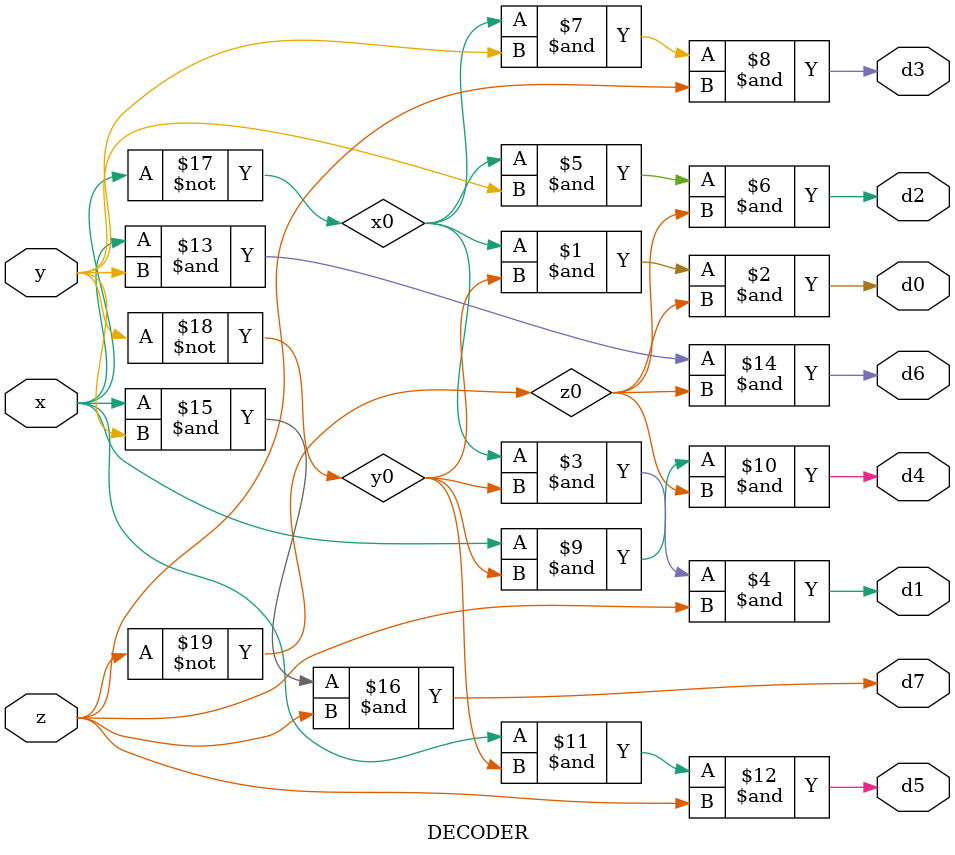
<source format=v>
module DECODER(d0,d1,d2,d3,d4,d5,d6,d7,x,y,z);
	input x,y,z;
	output d0,d1,d2,d3,d4,d5,d6,d7;
	wire x0,y0,z0;
	not n1(x0,x);
	not n2(y0,y);
	not n3(z0,z);
	and a0(d0,x0,y0,z0);
	and a1(d1,x0,y0,z);
	and a2(d2,x0,y,z0);
	and a3(d3, x0, y, z);
	and a4(d4,x,y0,z0);
	and a5(d5,x,y0,z);
	and a6(d6,x,y,z0);
	and a7(d7,x,y,z);
endmodule
</source>
